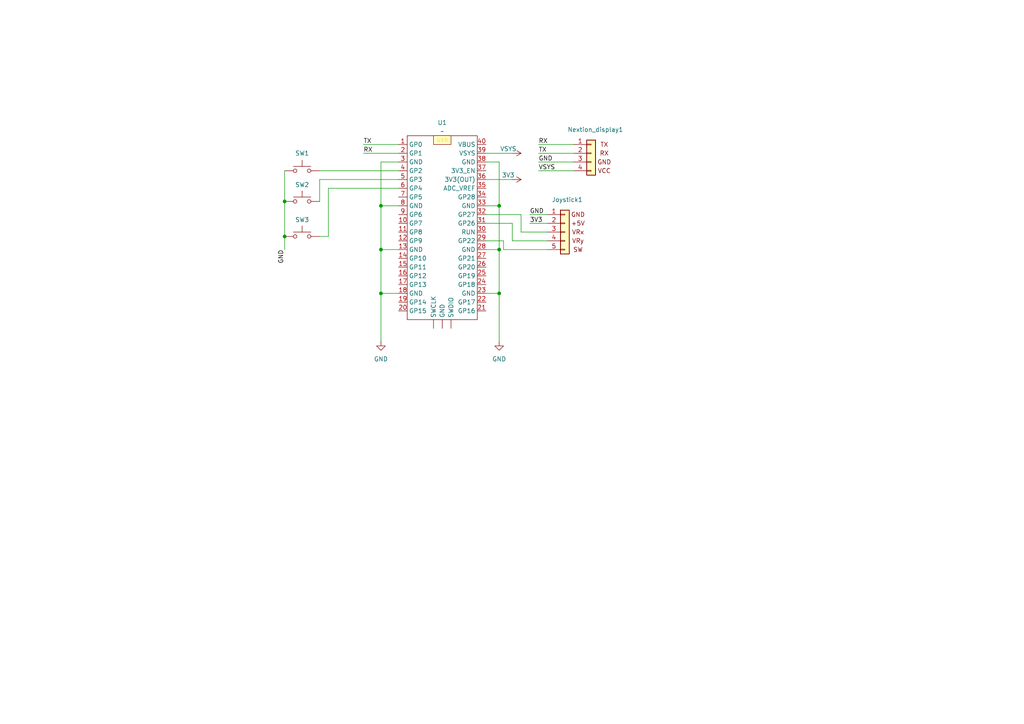
<source format=kicad_sch>
(kicad_sch (version 20250114) (generator "eeschema") (generator_version "9.0")
  (paper "A4")
  (title_block (title "Pendant") (company "Svoboda Matěj"))
  (lib_symbols
    (symbol "Conn_01x05_1" (pin_names (offset 1.016) (hide yes))
      (property "Reference" "Joystick" (at -3.81 -9.144 0))
      (symbol "Conn_01x05_1_1_1"
        (rectangle (start -1.27 6.35) (end 1.27 -6.35) (stroke (width 0.254)) (fill (type background)))
        (rectangle (start -1.27 5.207) (end 0 4.953) (stroke (width 0.1524)))
        (rectangle (start -1.27 2.667) (end 0 2.413) (stroke (width 0.1524)))
        (rectangle (start -1.27 0.127) (end 0 -0.127) (stroke (width 0.1524)))
        (rectangle (start -1.27 -2.413) (end 0 -2.667) (stroke (width 0.1524)))
        (rectangle (start -1.27 -4.953) (end 0 -5.207) (stroke (width 0.1524)))
        (text "GND" (at 3.81 5.08 0) (effects (font (size 1.27 1.27))))
        (text "+5V" (at 3.81 2.54 0) (effects (font (size 1.27 1.27))))
        (text "VRx" (at 3.81 0 0) (effects (font (size 1.27 1.27))))
        (text "VRy" (at 3.81 -2.54 0) (effects (font (size 1.27 1.27))))
        (text "SW" (at 3.81 -5.08 0) (effects (font (size 1.27 1.27))))
        (pin passive line (at -5.08 5.08 0) (length 3.81) (name "Pin_1") (number "1"))
        (pin passive line (at -5.08 2.54 0) (length 3.81) (name "Pin_2") (number "2"))
        (pin passive line (at -5.08 0 0) (length 3.81) (name "Pin_3") (number "3"))
        (pin passive line (at -5.08 -2.54 0) (length 3.81) (name "Pin_4") (number "4"))
        (pin passive line (at -5.08 -5.08 0) (length 3.81) (name "Pin_5") (number "5"))
      )
    )
    (symbol "Connector_Generic:Conn_01x04" (pin_names (offset 1.016) (hide yes))
      (property "Reference" "Nextion_display" (at -7.62 -8.89 0))
      (symbol "Conn_01x04_1_1"
        (rectangle (start -1.27 3.81) (end 1.27 -6.35) (stroke (width 0.254)) (fill (type background)))
        (rectangle (start -1.27 2.667) (end 0 2.413) (stroke (width 0.1524)))
        (rectangle (start -1.27 0.127) (end 0 -0.127) (stroke (width 0.1524)))
        (rectangle (start -1.27 -2.413) (end 0 -2.667) (stroke (width 0.1524)))
        (rectangle (start -1.27 -4.953) (end 0 -5.207) (stroke (width 0.1524)))
        (text "TX" (at 3.81 2.54 0) (effects (font (size 1.27 1.27))))
        (text "RX" (at 3.81 0 0) (effects (font (size 1.27 1.27))))
        (text "GND" (at 3.81 -2.54 0) (effects (font (size 1.27 1.27))))
        (text "VCC" (at 3.81 -5.08 0) (effects (font (size 1.27 1.27))))
        (pin passive line (at -5.08 2.54 0) (length 3.81) (name "Pin_1") (number "1"))
        (pin passive line (at -5.08 0 0) (length 3.81) (name "Pin_2") (number "2"))
        (pin passive line (at -5.08 -2.54 0) (length 3.81) (name "Pin_3") (number "3"))
        (pin passive line (at -5.08 -5.08 0) (length 3.81) (name "Pin_4") (number "4"))
      )
    )
    (symbol "RP2040_parts:pi_pico"
      (property "Reference" "U" (at 0 0 0))
      (symbol "pi_pico_1_0"
        (pin passive line (at -12.7 -10.16 0) (length 2.54) (name "GND") (number "3"))
        (pin passive line (at -12.7 -12.7 0) (length 2.54) (name "GP2") (number "4"))
        (pin passive line (at -12.7 -15.24 0) (length 2.54) (name "GP3") (number "5"))
        (pin passive line (at -12.7 -17.78 0) (length 2.54) (name "GP4") (number "6"))
        (pin passive line (at -12.7 -20.32 0) (length 2.54) (name "GP5") (number "7"))
        (pin passive line (at -12.7 -22.86 0) (length 2.54) (name "GND") (number "8"))
        (pin passive line (at -12.7 -25.4 0) (length 2.54) (name "GP6") (number "9"))
        (pin passive line (at -12.7 -27.94 0) (length 2.54) (name "GP7") (number "10"))
        (pin passive line (at -12.7 -30.48 0) (length 2.54) (name "GP8") (number "11"))
        (pin passive line (at -12.7 -33.02 0) (length 2.54) (name "GP9") (number "12"))
        (pin passive line (at -12.7 -35.56 0) (length 2.54) (name "GND") (number "13"))
        (pin passive line (at -12.7 -38.1 0) (length 2.54) (name "GP10") (number "14"))
        (pin passive line (at -12.7 -40.64 0) (length 2.54) (name "GP11") (number "15"))
        (pin passive line (at -12.7 -43.18 0) (length 2.54) (name "GP12") (number "16"))
        (pin passive line (at -12.7 -45.72 0) (length 2.54) (name "GP13") (number "17"))
        (pin passive line (at -12.7 -48.26 0) (length 2.54) (name "GND") (number "18"))
        (pin passive line (at -12.7 -50.8 0) (length 2.54) (name "GP14") (number "19"))
        (pin passive line (at -12.7 -53.34 0) (length 2.54) (name "GP15") (number "20"))
        (pin passive line (at 12.7 -7.62 180) (length 2.54) (name "VSYS") (number "39"))
        (pin passive line (at 12.7 -10.16 180) (length 2.54) (name "GND") (number "38"))
        (pin passive line (at 12.7 -12.7 180) (length 2.54) (name "3V3_EN") (number "37"))
        (pin power_out line (at 12.7 -15.24 180) (length 2.54) (name "3V3(OUT)") (number "36"))
        (pin passive line (at 12.7 -17.78 180) (length 2.54) (name "ADC_VREF") (number "35"))
        (pin passive line (at 12.7 -20.32 180) (length 2.54) (name "GP28") (number "34"))
        (pin passive line (at 12.7 -22.86 180) (length 2.54) (name "GND") (number "33"))
        (pin passive line (at 12.7 -25.4 180) (length 2.54) (name "GP27") (number "32"))
        (pin passive line (at 12.7 -27.94 180) (length 2.54) (name "GP26") (number "31"))
        (pin passive line (at 12.7 -30.48 180) (length 2.54) (name "RUN") (number "30"))
        (pin passive line (at 12.7 -33.02 180) (length 2.54) (name "GP22") (number "29"))
        (pin passive line (at 12.7 -35.56 180) (length 2.54) (name "GND") (number "28"))
        (pin passive line (at 12.7 -38.1 180) (length 2.54) (name "GP21") (number "27"))
        (pin passive line (at 12.7 -40.64 180) (length 2.54) (name "GP20") (number "26"))
        (pin passive line (at 12.7 -43.18 180) (length 2.54) (name "GP19") (number "25"))
        (pin passive line (at 12.7 -45.72 180) (length 2.54) (name "GP18") (number "24"))
        (pin passive line (at 12.7 -48.26 180) (length 2.54) (name "GND") (number "23"))
        (pin passive line (at 12.7 -50.8 180) (length 2.54) (name "GP17") (number "22"))
        (pin passive line (at 12.7 -53.34 180) (length 2.54) (name "GP16") (number "21"))
      )
      (symbol "pi_pico_1_1"
        (rectangle (start -10.16 -2.54) (end 10.16 -55.88))
        (polyline (pts (xy 2.54 -2.54) (xy 2.54 -5.08) (xy -2.54 -5.08) (xy -2.54 -2.54) (xy 2.54 -2.54)) (fill (type background)))
        (text "usb" (at 0.0526 -3.6068 0) (effects (font (size 1.27 1.27))))
        (pin passive line (at -12.7 -5.08 0) (length 2.54) (name "GP0") (number "1"))
        (pin passive line (at -12.7 -7.62 0) (length 2.54) (name "GP1") (number "2"))
        (pin passive line (at -2.54 -58.42 90) (length 2.54) (name "SWCLK") (number ""))
        (pin passive line (at 0 -58.42 90) (length 2.54) (name "GND") (number ""))
        (pin passive line (at 2.54 -58.42 90) (length 2.54) (name "SWDIO") (number ""))
        (pin passive line (at 12.7 -5.08 180) (length 2.54) (name "VBUS") (number "40"))
      )
    )
    (symbol "Switch:SW_Omron_B3FS" (pin_numbers (hide yes)) (pin_names (offset 1.016) (hide yes))
      (property "Reference" "SW" (at 1.27 2.54 0))
      (property "Value" "SW_Omron_B3FS" (at 0 -1.524 0))
      (symbol "SW_Omron_B3FS_0_1"
        (circle (center -2.032 0) (radius 0.508))
        (polyline (pts (xy 0 1.27) (xy 0 3.048)))
        (circle (center 2.032 0) (radius 0.508))
        (polyline (pts (xy 2.54 1.27) (xy -2.54 1.27)))
        (pin passive line (at -5.08 0 0) (length 2.54) (name "1") (number "1"))
        (pin passive line (at 5.08 0 180) (length 2.54) (name "2") (number "2"))
      )
    )
    (symbol "power:+5V" (power) (pin_numbers (hide yes)) (pin_names (offset 0) (hide yes))
      (property "Value" "+5V" (at 0 3.556 0))
      (symbol "+5V_0_1"
        (polyline (pts (xy -0.762 1.27) (xy 0 2.54)))
        (polyline (pts (xy 0 2.54) (xy 0.762 1.27)))
        (polyline (pts (xy 0 0) (xy 0 2.54)))
      )
      (symbol "+5V_1_1"
        (pin power_in line (at 0 0 90) (length 0) (name "~") (number "1"))
      )
    )
    (symbol "power:GND" (power) (pin_numbers (hide yes)) (pin_names (offset 0) (hide yes))
      (property "Value" "GND" (at 0 -3.81 0))
      (symbol "GND_0_1"
        (polyline (pts (xy 0 0) (xy 0 -1.27) (xy 1.27 -1.27) (xy 0 -2.54) (xy -1.27 -1.27) (xy 0 -1.27)))
      )
      (symbol "GND_1_1"
        (pin power_in line (at 0 0 270) (length 0) (name "~") (number "1"))
      )
    )
  )
  (junction (at 82.55 58.42))
  (junction (at 144.78 59.69))
  (junction (at 144.78 85.09))
  (junction (at 110.49 59.69))
  (junction (at 110.49 85.09))
  (junction (at 110.49 72.39))
  (junction (at 144.78 72.39))
  (junction (at 82.55 68.58))
  (wire (pts (xy 140.97 69.85) (xy 146.05 69.85)))
  (wire (pts (xy 110.49 59.69) (xy 110.49 72.39)))
  (wire (pts (xy 95.25 68.58) (xy 92.71 68.58)))
  (wire (pts (xy 82.55 49.53) (xy 82.55 58.42)))
  (wire (pts (xy 105.41 41.91) (xy 115.57 41.91)))
  (wire (pts (xy 153.67 64.77) (xy 158.75 64.77)))
  (wire (pts (xy 156.21 44.45) (xy 166.37 44.45)))
  (wire (pts (xy 140.97 59.69) (xy 144.78 59.69)))
  (wire (pts (xy 156.21 46.99) (xy 166.37 46.99)))
  (wire (pts (xy 115.57 54.61) (xy 95.25 54.61)))
  (wire (pts (xy 146.05 72.39) (xy 158.75 72.39)))
  (wire (pts (xy 110.49 85.09) (xy 110.49 99.06)))
  (wire (pts (xy 105.41 44.45) (xy 115.57 44.45)))
  (wire (pts (xy 151.13 62.23) (xy 151.13 67.31)))
  (wire (pts (xy 148.59 69.85) (xy 148.59 64.77)))
  (wire (pts (xy 146.05 69.85) (xy 146.05 72.39)))
  (wire (pts (xy 115.57 52.07) (xy 92.71 52.07)))
  (wire (pts (xy 140.97 52.07) (xy 148.59 52.07)))
  (wire (pts (xy 95.25 54.61) (xy 95.25 68.58)))
  (wire (pts (xy 110.49 72.39) (xy 115.57 72.39)))
  (wire (pts (xy 92.71 52.07) (xy 92.71 58.42)))
  (wire (pts (xy 140.97 85.09) (xy 144.78 85.09)))
  (wire (pts (xy 156.21 41.91) (xy 166.37 41.91)))
  (wire (pts (xy 140.97 46.99) (xy 144.78 46.99)))
  (wire (pts (xy 110.49 85.09) (xy 115.57 85.09)))
  (wire (pts (xy 140.97 44.45) (xy 148.59 44.45)))
  (wire (pts (xy 158.75 69.85) (xy 148.59 69.85)))
  (wire (pts (xy 115.57 46.99) (xy 110.49 46.99)))
  (wire (pts (xy 140.97 72.39) (xy 144.78 72.39)))
  (wire (pts (xy 144.78 46.99) (xy 144.78 59.69)))
  (wire (pts (xy 151.13 67.31) (xy 158.75 67.31)))
  (wire (pts (xy 140.97 62.23) (xy 151.13 62.23)))
  (wire (pts (xy 110.49 46.99) (xy 110.49 59.69)))
  (wire (pts (xy 153.67 62.23) (xy 158.75 62.23)))
  (wire (pts (xy 166.37 49.53) (xy 156.21 49.53)))
  (wire (pts (xy 110.49 59.69) (xy 115.57 59.69)))
  (wire (pts (xy 144.78 59.69) (xy 144.78 72.39)))
  (wire (pts (xy 140.97 64.77) (xy 148.59 64.77)))
  (wire (pts (xy 82.55 58.42) (xy 82.55 68.58)))
  (wire (pts (xy 144.78 72.39) (xy 144.78 85.09)))
  (wire (pts (xy 82.55 68.58) (xy 82.55 72.39)))
  (wire (pts (xy 110.49 72.39) (xy 110.49 85.09)))
  (wire (pts (xy 115.57 49.53) (xy 92.71 49.53)))
  (wire (pts (xy 144.78 85.09) (xy 144.78 99.06)))
  (label "GND" (at 153.67 62.23 0))
  (label "GND" (at 82.55 72.39 270))
  (label "RX" (at 105.41 44.45 0))
  (label "RX" (at 156.21 41.91 0))
  (label "VSYS" (at 156.21 49.53 0))
  (label "TX" (at 105.41 41.91 0))
  (label "GND" (at 156.21 46.99 0))
  (label "TX" (at 156.21 44.45 0))
  (label "3V3" (at 153.67 64.77 0))
  (symbol (lib_id "power:+5V") (at 148.59 44.45 270) (unit 1)
    (property "Reference" "#PWR01" (effects (hide yes)))
    (property "Value" "VSYS" (at 145.034 43.18 90) (effects (justify left)))
    (property "Description" "Power symbol creates a global label with name \"+5V\"" (effects (hide yes)))
  )
  (symbol (lib_id "RP2040_parts:pi_pico") (at 128.27 36.83 0) (unit 1)
    (property "Reference" "U1" (at 128.27 35.56 0))
    (property "Value" "~" (at 128.27 38.1 0))
    (property "Footprint" "Library:Raspberry_pi_pico" (effects (hide yes)))
  )
  (symbol (lib_id "power:GND") (at 110.49 99.06 0) (unit 1)
    (property "Reference" "#PWR04" (effects (hide yes)))
    (property "Value" "GND" (at 110.49 104.14 0))
    (property "Description" "Power symbol creates a global label with name \"GND\" , ground" (effects (hide yes)))
  )
  (symbol (lib_name "Conn_01x05_1") (lib_id "Connector_Generic:Conn_01x05") (at 163.83 67.31 0) (unit 1)
    (property "Reference" "Joystick1" (at 160.02 57.912 0) (effects (justify left)))
    (property "Value" "Conn_01x05" (effects (hide yes)))
    (property "Description" "Generic connector, single row, 01x05, script generated (kicad-library-utils/schlib/autogen/connector/)" (effects (hide yes)))
  )
  (symbol (lib_id "Switch:SW_Omron_B3FS") (at 87.63 58.42 0) (unit 1)
    (property "Reference" "SW2" (at 87.63 53.594 0))
    (property "Value" "SW_Omron_B3FS" (effects (hide yes)))
    (property "Datasheet" "https://omronfs.omron.com/en_US/ecb/products/pdf/en-b3fs.pdf" (effects (hide yes)))
    (property "Description" "Omron B3FS 6x6mm single pole normally-open tactile switch" (effects (hide yes)))
  )
  (symbol (lib_id "power:+5V") (at 148.59 52.07 270) (unit 1)
    (property "Reference" "#PWR02" (effects (hide yes)))
    (property "Value" "3V3" (at 145.542 50.8 90) (effects (justify left)))
    (property "Description" "Power symbol creates a global label with name \"+5V\"" (effects (hide yes)))
  )
  (symbol (lib_id "power:GND") (at 144.78 99.06 0) (unit 1)
    (property "Reference" "#PWR03" (effects (hide yes)))
    (property "Value" "GND" (at 144.78 104.14 0))
    (property "Description" "Power symbol creates a global label with name \"GND\" , ground" (effects (hide yes)))
  )
  (symbol (lib_id "Switch:SW_Omron_B3FS") (at 87.63 49.53 0) (unit 1)
    (property "Reference" "SW1" (at 87.63 44.45 0))
    (property "Value" "SW_Omron_B3FS" (effects (hide yes)))
    (property "Datasheet" "https://omronfs.omron.com/en_US/ecb/products/pdf/en-b3fs.pdf" (effects (hide yes)))
    (property "Description" "Omron B3FS 6x6mm single pole normally-open tactile switch" (effects (hide yes)))
  )
  (symbol (lib_id "Switch:SW_Omron_B3FS") (at 87.63 68.58 0) (unit 1)
    (property "Reference" "SW3" (at 87.63 63.754 0))
    (property "Value" "SW_Omron_B3FS" (effects (hide yes)))
    (property "Datasheet" "https://omronfs.omron.com/en_US/ecb/products/pdf/en-b3fs.pdf" (effects (hide yes)))
    (property "Description" "Omron B3FS 6x6mm single pole normally-open tactile switch" (effects (hide yes)))
  )
  (symbol (lib_id "Connector_Generic:Conn_01x04") (at 171.45 44.45 0) (unit 1)
    (property "Reference" "Nextion_display1" (at 164.592 37.592 0) (effects (justify left)))
    (property "Value" "Conn_01x04" (effects (hide yes)))
    (property "Description" "Generic connector, single row, 01x04, script generated (kicad-library-utils/schlib/autogen/connector/)" (effects (hide yes)))
  )
)
</source>
